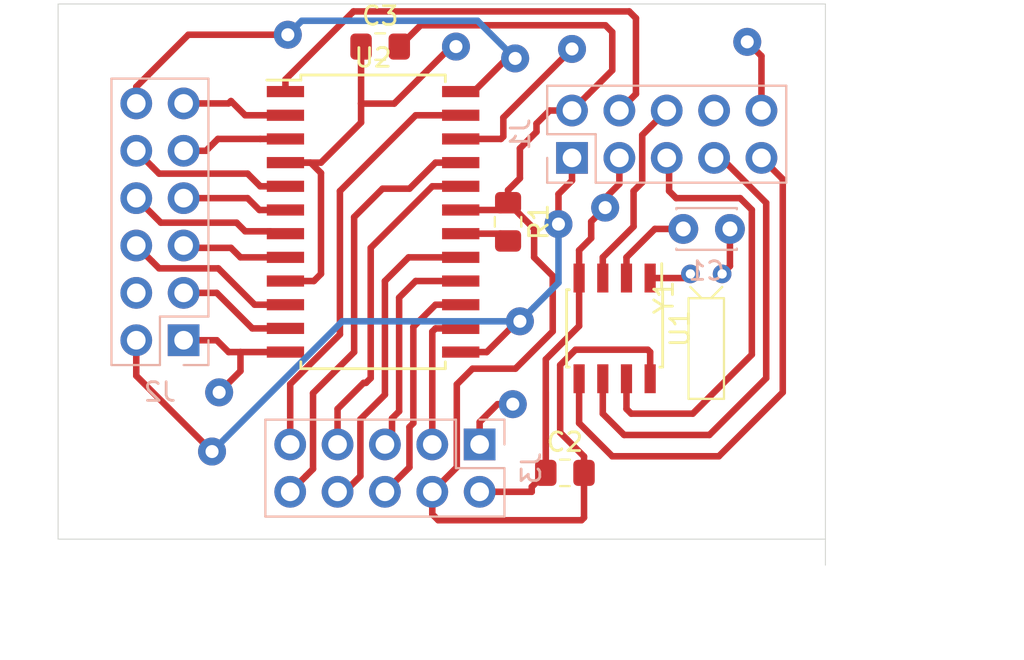
<source format=kicad_pcb>
(kicad_pcb (version 20171130) (host pcbnew 5.1.0)

  (general
    (thickness 1.6)
    (drawings 6)
    (tracks 260)
    (zones 0)
    (modules 10)
    (nets 31)
  )

  (page A4)
  (layers
    (0 F.Cu signal)
    (1 In1.Cu jumper)
    (2 In2.Cu jumper)
    (31 B.Cu jumper)
    (32 B.Adhes user)
    (33 F.Adhes user)
    (34 B.Paste user)
    (35 F.Paste user)
    (36 B.SilkS user)
    (37 F.SilkS user)
    (38 B.Mask user)
    (39 F.Mask user)
    (40 Dwgs.User user)
    (41 Cmts.User user)
    (42 Eco1.User user)
    (43 Eco2.User user)
    (44 Edge.Cuts user)
    (45 Margin user)
    (46 B.CrtYd user)
    (47 F.CrtYd user)
    (48 B.Fab user)
    (49 F.Fab user)
  )

  (setup
    (last_trace_width 0.35)
    (user_trace_width 0.35)
    (user_trace_width 0.5)
    (trace_clearance 0.2)
    (zone_clearance 0.508)
    (zone_45_only no)
    (trace_min 0.2)
    (via_size 0.8)
    (via_drill 0.4)
    (via_min_size 0.4)
    (via_min_drill 0.3)
    (user_via 1.5 0.7)
    (uvia_size 0.3)
    (uvia_drill 0.1)
    (uvias_allowed no)
    (uvia_min_size 0.2)
    (uvia_min_drill 0.1)
    (edge_width 0.05)
    (segment_width 0.2)
    (pcb_text_width 0.3)
    (pcb_text_size 1.5 1.5)
    (mod_edge_width 0.12)
    (mod_text_size 1 1)
    (mod_text_width 0.15)
    (pad_size 1.524 1.524)
    (pad_drill 0.762)
    (pad_to_mask_clearance 0.051)
    (solder_mask_min_width 0.25)
    (aux_axis_origin 0 0)
    (visible_elements FFFFFF7F)
    (pcbplotparams
      (layerselection 0x010fc_ffffffff)
      (usegerberextensions false)
      (usegerberattributes false)
      (usegerberadvancedattributes false)
      (creategerberjobfile false)
      (excludeedgelayer true)
      (linewidth 0.100000)
      (plotframeref false)
      (viasonmask false)
      (mode 1)
      (useauxorigin false)
      (hpglpennumber 1)
      (hpglpenspeed 20)
      (hpglpendiameter 15.000000)
      (psnegative false)
      (psa4output false)
      (plotreference true)
      (plotvalue true)
      (plotinvisibletext false)
      (padsonsilk false)
      (subtractmaskfromsilk false)
      (outputformat 1)
      (mirror false)
      (drillshape 1)
      (scaleselection 1)
      (outputdirectory ""))
  )

  (net 0 "")
  (net 1 "Net-(C1-Pad1)")
  (net 2 "Net-(C1-Pad2)")
  (net 3 GND)
  (net 4 "Net-(U1-Pad1)")
  (net 5 T~INT)
  (net 6 TCLK)
  (net 7 SDA)
  (net 8 SCL)
  (net 9 LOAD)
  (net 10 DIN)
  (net 11 SCLK)
  (net 12 +5V)
  (net 13 "Net-(R1-Pad2)")
  (net 14 D0)
  (net 15 D1)
  (net 16 D2)
  (net 17 D3)
  (net 18 D4)
  (net 19 D5)
  (net 20 D6)
  (net 21 D7)
  (net 22 DOUT)
  (net 23 A)
  (net 24 B)
  (net 25 C)
  (net 26 D)
  (net 27 E)
  (net 28 F)
  (net 29 G)
  (net 30 DP)

  (net_class Default "Это класс цепей по умолчанию."
    (clearance 0.2)
    (trace_width 0.25)
    (via_dia 0.8)
    (via_drill 0.4)
    (uvia_dia 0.3)
    (uvia_drill 0.1)
    (add_net +5V)
    (add_net A)
    (add_net B)
    (add_net C)
    (add_net D)
    (add_net D0)
    (add_net D1)
    (add_net D2)
    (add_net D3)
    (add_net D4)
    (add_net D5)
    (add_net D6)
    (add_net D7)
    (add_net DIN)
    (add_net DOUT)
    (add_net DP)
    (add_net E)
    (add_net F)
    (add_net G)
    (add_net GND)
    (add_net LOAD)
    (add_net "Net-(C1-Pad1)")
    (add_net "Net-(C1-Pad2)")
    (add_net "Net-(R1-Pad2)")
    (add_net "Net-(U1-Pad1)")
    (add_net SCL)
    (add_net SCLK)
    (add_net SDA)
    (add_net TCLK)
    (add_net T~INT)
  )

  (module Connector_PinSocket_2.54mm:PinSocket_2x06_P2.54mm_Vertical (layer B.Cu) (tedit 5A19A42B) (tstamp 5CAA19A7)
    (at 59.944 60.579)
    (descr "Through hole straight socket strip, 2x06, 2.54mm pitch, double cols (from Kicad 4.0.7), script generated")
    (tags "Through hole socket strip THT 2x06 2.54mm double row")
    (path /5CAE33A5)
    (fp_text reference J2 (at -1.27 2.77) (layer B.SilkS)
      (effects (font (size 1 1) (thickness 0.15)) (justify mirror))
    )
    (fp_text value Conn_02x06_Odd_Even (at -1.27 -15.47) (layer B.Fab)
      (effects (font (size 1 1) (thickness 0.15)) (justify mirror))
    )
    (fp_line (start -3.81 1.27) (end 0.27 1.27) (layer B.Fab) (width 0.1))
    (fp_line (start 0.27 1.27) (end 1.27 0.27) (layer B.Fab) (width 0.1))
    (fp_line (start 1.27 0.27) (end 1.27 -13.97) (layer B.Fab) (width 0.1))
    (fp_line (start 1.27 -13.97) (end -3.81 -13.97) (layer B.Fab) (width 0.1))
    (fp_line (start -3.81 -13.97) (end -3.81 1.27) (layer B.Fab) (width 0.1))
    (fp_line (start -3.87 1.33) (end -1.27 1.33) (layer B.SilkS) (width 0.12))
    (fp_line (start -3.87 1.33) (end -3.87 -14.03) (layer B.SilkS) (width 0.12))
    (fp_line (start -3.87 -14.03) (end 1.33 -14.03) (layer B.SilkS) (width 0.12))
    (fp_line (start 1.33 -1.27) (end 1.33 -14.03) (layer B.SilkS) (width 0.12))
    (fp_line (start -1.27 -1.27) (end 1.33 -1.27) (layer B.SilkS) (width 0.12))
    (fp_line (start -1.27 1.33) (end -1.27 -1.27) (layer B.SilkS) (width 0.12))
    (fp_line (start 1.33 1.33) (end 1.33 0) (layer B.SilkS) (width 0.12))
    (fp_line (start 0 1.33) (end 1.33 1.33) (layer B.SilkS) (width 0.12))
    (fp_line (start -4.34 1.8) (end 1.76 1.8) (layer B.CrtYd) (width 0.05))
    (fp_line (start 1.76 1.8) (end 1.76 -14.45) (layer B.CrtYd) (width 0.05))
    (fp_line (start 1.76 -14.45) (end -4.34 -14.45) (layer B.CrtYd) (width 0.05))
    (fp_line (start -4.34 -14.45) (end -4.34 1.8) (layer B.CrtYd) (width 0.05))
    (fp_text user %R (at -1.27 -6.35 -90) (layer B.Fab)
      (effects (font (size 1 1) (thickness 0.15)) (justify mirror))
    )
    (pad 1 thru_hole rect (at 0 0) (size 1.7 1.7) (drill 1) (layers *.Cu *.Mask)
      (net 9 LOAD))
    (pad 2 thru_hole oval (at -2.54 0) (size 1.7 1.7) (drill 1) (layers *.Cu *.Mask)
      (net 11 SCLK))
    (pad 3 thru_hole oval (at 0 -2.54) (size 1.7 1.7) (drill 1) (layers *.Cu *.Mask)
      (net 15 D1))
    (pad 4 thru_hole oval (at -2.54 -2.54) (size 1.7 1.7) (drill 1) (layers *.Cu *.Mask))
    (pad 5 thru_hole oval (at 0 -5.08) (size 1.7 1.7) (drill 1) (layers *.Cu *.Mask)
      (net 21 D7))
    (pad 6 thru_hole oval (at -2.54 -5.08) (size 1.7 1.7) (drill 1) (layers *.Cu *.Mask)
      (net 19 D5))
    (pad 7 thru_hole oval (at 0 -7.62) (size 1.7 1.7) (drill 1) (layers *.Cu *.Mask)
      (net 16 D2))
    (pad 8 thru_hole oval (at -2.54 -7.62) (size 1.7 1.7) (drill 1) (layers *.Cu *.Mask)
      (net 17 D3))
    (pad 9 thru_hole oval (at 0 -10.16) (size 1.7 1.7) (drill 1) (layers *.Cu *.Mask)
      (net 18 D4))
    (pad 10 thru_hole oval (at -2.54 -10.16) (size 1.7 1.7) (drill 1) (layers *.Cu *.Mask)
      (net 20 D6))
    (pad 11 thru_hole oval (at 0 -12.7) (size 1.7 1.7) (drill 1) (layers *.Cu *.Mask)
      (net 14 D0))
    (pad 12 thru_hole oval (at -2.54 -12.7) (size 1.7 1.7) (drill 1) (layers *.Cu *.Mask)
      (net 22 DOUT))
    (model ${KISYS3DMOD}/Connector_PinSocket_2.54mm.3dshapes/PinSocket_2x06_P2.54mm_Vertical.wrl
      (at (xyz 0 0 0))
      (scale (xyz 1 1 1))
      (rotate (xyz 0 0 0))
    )
  )

  (module Connector_PinSocket_2.54mm:PinSocket_2x05_P2.54mm_Vertical (layer B.Cu) (tedit 5A19A42B) (tstamp 5CAA1A29)
    (at 75.819 66.167 90)
    (descr "Through hole straight socket strip, 2x05, 2.54mm pitch, double cols (from Kicad 4.0.7), script generated")
    (tags "Through hole socket strip THT 2x05 2.54mm double row")
    (path /5CADE94C)
    (fp_text reference J3 (at -1.27 2.77 90) (layer B.SilkS)
      (effects (font (size 1 1) (thickness 0.15)) (justify mirror))
    )
    (fp_text value Conn_02x05_Odd_Even (at -1.27 -12.93 90) (layer B.Fab)
      (effects (font (size 1 1) (thickness 0.15)) (justify mirror))
    )
    (fp_line (start -3.81 1.27) (end 0.27 1.27) (layer B.Fab) (width 0.1))
    (fp_line (start 0.27 1.27) (end 1.27 0.27) (layer B.Fab) (width 0.1))
    (fp_line (start 1.27 0.27) (end 1.27 -11.43) (layer B.Fab) (width 0.1))
    (fp_line (start 1.27 -11.43) (end -3.81 -11.43) (layer B.Fab) (width 0.1))
    (fp_line (start -3.81 -11.43) (end -3.81 1.27) (layer B.Fab) (width 0.1))
    (fp_line (start -3.87 1.33) (end -1.27 1.33) (layer B.SilkS) (width 0.12))
    (fp_line (start -3.87 1.33) (end -3.87 -11.49) (layer B.SilkS) (width 0.12))
    (fp_line (start -3.87 -11.49) (end 1.33 -11.49) (layer B.SilkS) (width 0.12))
    (fp_line (start 1.33 -1.27) (end 1.33 -11.49) (layer B.SilkS) (width 0.12))
    (fp_line (start -1.27 -1.27) (end 1.33 -1.27) (layer B.SilkS) (width 0.12))
    (fp_line (start -1.27 1.33) (end -1.27 -1.27) (layer B.SilkS) (width 0.12))
    (fp_line (start 1.33 1.33) (end 1.33 0) (layer B.SilkS) (width 0.12))
    (fp_line (start 0 1.33) (end 1.33 1.33) (layer B.SilkS) (width 0.12))
    (fp_line (start -4.34 1.8) (end 1.76 1.8) (layer B.CrtYd) (width 0.05))
    (fp_line (start 1.76 1.8) (end 1.76 -11.9) (layer B.CrtYd) (width 0.05))
    (fp_line (start 1.76 -11.9) (end -4.34 -11.9) (layer B.CrtYd) (width 0.05))
    (fp_line (start -4.34 -11.9) (end -4.34 1.8) (layer B.CrtYd) (width 0.05))
    (fp_text user %R (at -1.27 -5.08) (layer B.Fab)
      (effects (font (size 1 1) (thickness 0.15)) (justify mirror))
    )
    (pad 1 thru_hole rect (at 0 0 90) (size 1.7 1.7) (drill 1) (layers *.Cu *.Mask)
      (net 30 DP))
    (pad 2 thru_hole oval (at -2.54 0 90) (size 1.7 1.7) (drill 1) (layers *.Cu *.Mask)
      (net 3 GND))
    (pad 3 thru_hole oval (at 0 -2.54 90) (size 1.7 1.7) (drill 1) (layers *.Cu *.Mask)
      (net 23 A))
    (pad 4 thru_hole oval (at -2.54 -2.54 90) (size 1.7 1.7) (drill 1) (layers *.Cu *.Mask)
      (net 12 +5V))
    (pad 5 thru_hole oval (at 0 -5.08 90) (size 1.7 1.7) (drill 1) (layers *.Cu *.Mask)
      (net 24 B))
    (pad 6 thru_hole oval (at -2.54 -5.08 90) (size 1.7 1.7) (drill 1) (layers *.Cu *.Mask)
      (net 28 F))
    (pad 7 thru_hole oval (at 0 -7.62 90) (size 1.7 1.7) (drill 1) (layers *.Cu *.Mask)
      (net 25 C))
    (pad 8 thru_hole oval (at -2.54 -7.62 90) (size 1.7 1.7) (drill 1) (layers *.Cu *.Mask)
      (net 29 G))
    (pad 9 thru_hole oval (at 0 -10.16 90) (size 1.7 1.7) (drill 1) (layers *.Cu *.Mask)
      (net 26 D))
    (pad 10 thru_hole oval (at -2.54 -10.16 90) (size 1.7 1.7) (drill 1) (layers *.Cu *.Mask)
      (net 27 E))
    (model ${KISYS3DMOD}/Connector_PinSocket_2.54mm.3dshapes/PinSocket_2x05_P2.54mm_Vertical.wrl
      (at (xyz 0 0 0))
      (scale (xyz 1 1 1))
      (rotate (xyz 0 0 0))
    )
  )

  (module Package_SO:SOIC-24W_7.5x15.4mm_P1.27mm (layer F.Cu) (tedit 5A02F2D3) (tstamp 5CA9E2FE)
    (at 70.104 54.229)
    (descr "24-Lead Plastic Small Outline (SO) - Wide, 7.50 mm Body [SOIC] (see Microchip Packaging Specification 00000049BS.pdf)")
    (tags "SOIC 1.27")
    (path /5CAA8A71)
    (attr smd)
    (fp_text reference U2 (at 0 -8.8) (layer F.SilkS)
      (effects (font (size 1 1) (thickness 0.15)))
    )
    (fp_text value MAX7219 (at 0 8.8) (layer F.Fab)
      (effects (font (size 1 1) (thickness 0.15)))
    )
    (fp_text user %R (at 0 0) (layer F.Fab)
      (effects (font (size 1 1) (thickness 0.15)))
    )
    (fp_line (start -2.75 -7.7) (end 3.75 -7.7) (layer F.Fab) (width 0.15))
    (fp_line (start 3.75 -7.7) (end 3.75 7.7) (layer F.Fab) (width 0.15))
    (fp_line (start 3.75 7.7) (end -3.75 7.7) (layer F.Fab) (width 0.15))
    (fp_line (start -3.75 7.7) (end -3.75 -6.7) (layer F.Fab) (width 0.15))
    (fp_line (start -3.75 -6.7) (end -2.75 -7.7) (layer F.Fab) (width 0.15))
    (fp_line (start -5.95 -8.05) (end -5.95 8.05) (layer F.CrtYd) (width 0.05))
    (fp_line (start 5.95 -8.05) (end 5.95 8.05) (layer F.CrtYd) (width 0.05))
    (fp_line (start -5.95 -8.05) (end 5.95 -8.05) (layer F.CrtYd) (width 0.05))
    (fp_line (start -5.95 8.05) (end 5.95 8.05) (layer F.CrtYd) (width 0.05))
    (fp_line (start -3.875 -7.875) (end -3.875 -7.6) (layer F.SilkS) (width 0.15))
    (fp_line (start 3.875 -7.875) (end 3.875 -7.51) (layer F.SilkS) (width 0.15))
    (fp_line (start 3.875 7.875) (end 3.875 7.51) (layer F.SilkS) (width 0.15))
    (fp_line (start -3.875 7.875) (end -3.875 7.51) (layer F.SilkS) (width 0.15))
    (fp_line (start -3.875 -7.875) (end 3.875 -7.875) (layer F.SilkS) (width 0.15))
    (fp_line (start -3.875 7.875) (end 3.875 7.875) (layer F.SilkS) (width 0.15))
    (fp_line (start -3.875 -7.6) (end -5.7 -7.6) (layer F.SilkS) (width 0.15))
    (pad 1 smd rect (at -4.7 -6.985) (size 2 0.6) (layers F.Cu F.Paste F.Mask)
      (net 10 DIN))
    (pad 2 smd rect (at -4.7 -5.715) (size 2 0.6) (layers F.Cu F.Paste F.Mask)
      (net 14 D0))
    (pad 3 smd rect (at -4.7 -4.445) (size 2 0.6) (layers F.Cu F.Paste F.Mask)
      (net 18 D4))
    (pad 4 smd rect (at -4.7 -3.175) (size 2 0.6) (layers F.Cu F.Paste F.Mask)
      (net 3 GND))
    (pad 5 smd rect (at -4.7 -1.905) (size 2 0.6) (layers F.Cu F.Paste F.Mask)
      (net 20 D6))
    (pad 6 smd rect (at -4.7 -0.635) (size 2 0.6) (layers F.Cu F.Paste F.Mask)
      (net 16 D2))
    (pad 7 smd rect (at -4.7 0.635) (size 2 0.6) (layers F.Cu F.Paste F.Mask)
      (net 17 D3))
    (pad 8 smd rect (at -4.7 1.905) (size 2 0.6) (layers F.Cu F.Paste F.Mask)
      (net 21 D7))
    (pad 9 smd rect (at -4.7 3.175) (size 2 0.6) (layers F.Cu F.Paste F.Mask)
      (net 3 GND))
    (pad 10 smd rect (at -4.7 4.445) (size 2 0.6) (layers F.Cu F.Paste F.Mask)
      (net 19 D5))
    (pad 11 smd rect (at -4.7 5.715) (size 2 0.6) (layers F.Cu F.Paste F.Mask)
      (net 15 D1))
    (pad 12 smd rect (at -4.7 6.985) (size 2 0.6) (layers F.Cu F.Paste F.Mask)
      (net 9 LOAD))
    (pad 13 smd rect (at 4.7 6.985) (size 2 0.6) (layers F.Cu F.Paste F.Mask)
      (net 11 SCLK))
    (pad 14 smd rect (at 4.7 5.715) (size 2 0.6) (layers F.Cu F.Paste F.Mask)
      (net 23 A))
    (pad 15 smd rect (at 4.7 4.445) (size 2 0.6) (layers F.Cu F.Paste F.Mask)
      (net 28 F))
    (pad 16 smd rect (at 4.7 3.175) (size 2 0.6) (layers F.Cu F.Paste F.Mask)
      (net 24 B))
    (pad 17 smd rect (at 4.7 1.905) (size 2 0.6) (layers F.Cu F.Paste F.Mask)
      (net 29 G))
    (pad 18 smd rect (at 4.7 0.635) (size 2 0.6) (layers F.Cu F.Paste F.Mask)
      (net 13 "Net-(R1-Pad2)"))
    (pad 19 smd rect (at 4.7 -0.635) (size 2 0.6) (layers F.Cu F.Paste F.Mask)
      (net 12 +5V))
    (pad 20 smd rect (at 4.7 -1.905) (size 2 0.6) (layers F.Cu F.Paste F.Mask)
      (net 25 C))
    (pad 21 smd rect (at 4.7 -3.175) (size 2 0.6) (layers F.Cu F.Paste F.Mask)
      (net 27 E))
    (pad 22 smd rect (at 4.7 -4.445) (size 2 0.6) (layers F.Cu F.Paste F.Mask)
      (net 30 DP))
    (pad 23 smd rect (at 4.7 -5.715) (size 2 0.6) (layers F.Cu F.Paste F.Mask)
      (net 26 D))
    (pad 24 smd rect (at 4.7 -6.985) (size 2 0.6) (layers F.Cu F.Paste F.Mask)
      (net 22 DOUT))
    (model ${KISYS3DMOD}/Package_SO.3dshapes/SOIC-24W_7.5x15.4mm_P1.27mm.wrl
      (at (xyz 0 0 0))
      (scale (xyz 1 1 1))
      (rotate (xyz 0 0 0))
    )
  )

  (module Capacitor_THT:C_Disc_D3.0mm_W2.0mm_P2.50mm (layer B.Cu) (tedit 5AE50EF0) (tstamp 5CA9DABD)
    (at 86.741 54.61)
    (descr "C, Disc series, Radial, pin pitch=2.50mm, , diameter*width=3*2mm^2, Capacitor")
    (tags "C Disc series Radial pin pitch 2.50mm  diameter 3mm width 2mm Capacitor")
    (path /5CAA42EB)
    (fp_text reference C1 (at 1.25 2.25) (layer B.SilkS)
      (effects (font (size 1 1) (thickness 0.15)) (justify mirror))
    )
    (fp_text value C (at 1.25 -2.25) (layer B.Fab)
      (effects (font (size 1 1) (thickness 0.15)) (justify mirror))
    )
    (fp_line (start -0.25 1) (end -0.25 -1) (layer B.Fab) (width 0.1))
    (fp_line (start -0.25 -1) (end 2.75 -1) (layer B.Fab) (width 0.1))
    (fp_line (start 2.75 -1) (end 2.75 1) (layer B.Fab) (width 0.1))
    (fp_line (start 2.75 1) (end -0.25 1) (layer B.Fab) (width 0.1))
    (fp_line (start -0.37 1.12) (end 2.87 1.12) (layer B.SilkS) (width 0.12))
    (fp_line (start -0.37 -1.12) (end 2.87 -1.12) (layer B.SilkS) (width 0.12))
    (fp_line (start -0.37 1.12) (end -0.37 1.055) (layer B.SilkS) (width 0.12))
    (fp_line (start -0.37 -1.055) (end -0.37 -1.12) (layer B.SilkS) (width 0.12))
    (fp_line (start 2.87 1.12) (end 2.87 1.055) (layer B.SilkS) (width 0.12))
    (fp_line (start 2.87 -1.055) (end 2.87 -1.12) (layer B.SilkS) (width 0.12))
    (fp_line (start -1.05 1.25) (end -1.05 -1.25) (layer B.CrtYd) (width 0.05))
    (fp_line (start -1.05 -1.25) (end 3.55 -1.25) (layer B.CrtYd) (width 0.05))
    (fp_line (start 3.55 -1.25) (end 3.55 1.25) (layer B.CrtYd) (width 0.05))
    (fp_line (start 3.55 1.25) (end -1.05 1.25) (layer B.CrtYd) (width 0.05))
    (fp_text user %R (at 1.25 0) (layer B.Fab)
      (effects (font (size 0.6 0.6) (thickness 0.09)) (justify mirror))
    )
    (pad 1 thru_hole circle (at 0 0) (size 1.6 1.6) (drill 0.8) (layers *.Cu *.Mask)
      (net 1 "Net-(C1-Pad1)"))
    (pad 2 thru_hole circle (at 2.5 0) (size 1.6 1.6) (drill 0.8) (layers *.Cu *.Mask)
      (net 2 "Net-(C1-Pad2)"))
    (model ${KISYS3DMOD}/Capacitor_THT.3dshapes/C_Disc_D3.0mm_W2.0mm_P2.50mm.wrl
      (at (xyz 0 0 0))
      (scale (xyz 1 1 1))
      (rotate (xyz 0 0 0))
    )
  )

  (module Package_SO:SOIC-8_3.9x4.9mm_P1.27mm (layer F.Cu) (tedit 5A02F2D3) (tstamp 5CA9DAF6)
    (at 83.058 59.944 270)
    (descr "8-Lead Plastic Small Outline (SN) - Narrow, 3.90 mm Body [SOIC] (see Microchip Packaging Specification http://ww1.microchip.com/downloads/en/PackagingSpec/00000049BQ.pdf)")
    (tags "SOIC 1.27")
    (path /5CA9BE92)
    (attr smd)
    (fp_text reference U1 (at 0 -3.5 270) (layer F.SilkS)
      (effects (font (size 1 1) (thickness 0.15)))
    )
    (fp_text value PCF8563T (at 0 3.5 270) (layer F.Fab)
      (effects (font (size 1 1) (thickness 0.15)))
    )
    (fp_text user %R (at 0 0 270) (layer F.Fab)
      (effects (font (size 1 1) (thickness 0.15)))
    )
    (fp_line (start -0.95 -2.45) (end 1.95 -2.45) (layer F.Fab) (width 0.1))
    (fp_line (start 1.95 -2.45) (end 1.95 2.45) (layer F.Fab) (width 0.1))
    (fp_line (start 1.95 2.45) (end -1.95 2.45) (layer F.Fab) (width 0.1))
    (fp_line (start -1.95 2.45) (end -1.95 -1.45) (layer F.Fab) (width 0.1))
    (fp_line (start -1.95 -1.45) (end -0.95 -2.45) (layer F.Fab) (width 0.1))
    (fp_line (start -3.73 -2.7) (end -3.73 2.7) (layer F.CrtYd) (width 0.05))
    (fp_line (start 3.73 -2.7) (end 3.73 2.7) (layer F.CrtYd) (width 0.05))
    (fp_line (start -3.73 -2.7) (end 3.73 -2.7) (layer F.CrtYd) (width 0.05))
    (fp_line (start -3.73 2.7) (end 3.73 2.7) (layer F.CrtYd) (width 0.05))
    (fp_line (start -2.075 -2.575) (end -2.075 -2.525) (layer F.SilkS) (width 0.15))
    (fp_line (start 2.075 -2.575) (end 2.075 -2.43) (layer F.SilkS) (width 0.15))
    (fp_line (start 2.075 2.575) (end 2.075 2.43) (layer F.SilkS) (width 0.15))
    (fp_line (start -2.075 2.575) (end -2.075 2.43) (layer F.SilkS) (width 0.15))
    (fp_line (start -2.075 -2.575) (end 2.075 -2.575) (layer F.SilkS) (width 0.15))
    (fp_line (start -2.075 2.575) (end 2.075 2.575) (layer F.SilkS) (width 0.15))
    (fp_line (start -2.075 -2.525) (end -3.475 -2.525) (layer F.SilkS) (width 0.15))
    (pad 1 smd rect (at -2.7 -1.905 270) (size 1.55 0.6) (layers F.Cu F.Paste F.Mask)
      (net 4 "Net-(U1-Pad1)"))
    (pad 2 smd rect (at -2.7 -0.635 270) (size 1.55 0.6) (layers F.Cu F.Paste F.Mask)
      (net 1 "Net-(C1-Pad1)"))
    (pad 3 smd rect (at -2.7 0.635 270) (size 1.55 0.6) (layers F.Cu F.Paste F.Mask)
      (net 5 T~INT))
    (pad 4 smd rect (at -2.7 1.905 270) (size 1.55 0.6) (layers F.Cu F.Paste F.Mask)
      (net 3 GND))
    (pad 5 smd rect (at 2.7 1.905 270) (size 1.55 0.6) (layers F.Cu F.Paste F.Mask)
      (net 7 SDA))
    (pad 6 smd rect (at 2.7 0.635 270) (size 1.55 0.6) (layers F.Cu F.Paste F.Mask)
      (net 8 SCL))
    (pad 7 smd rect (at 2.7 -0.635 270) (size 1.55 0.6) (layers F.Cu F.Paste F.Mask)
      (net 6 TCLK))
    (pad 8 smd rect (at 2.7 -1.905 270) (size 1.55 0.6) (layers F.Cu F.Paste F.Mask)
      (net 12 +5V))
    (model ${KISYS3DMOD}/Package_SO.3dshapes/SOIC-8_3.9x4.9mm_P1.27mm.wrl
      (at (xyz 0 0 0))
      (scale (xyz 1 1 1))
      (rotate (xyz 0 0 0))
    )
  )

  (module Crystal:Crystal_DS15_D1.5mm_L5.0mm_Horizontal (layer F.Cu) (tedit 5A0FD1B2) (tstamp 5CA9DB11)
    (at 87.122 57.023)
    (descr "Crystal THT DS15 5.0mm length 1.5mm diameter http://www.microcrystal.com/images/_Product-Documentation/03_TF_metal_Packages/01_Datasheet/DS-Series.pdf")
    (tags ['DS15'])
    (path /5CA9CC2B)
    (fp_text reference Y1 (at -1.42 1.25 90) (layer F.SilkS)
      (effects (font (size 1 1) (thickness 0.15)))
    )
    (fp_text value "32 768" (at 3.12 1.25 90) (layer F.Fab)
      (effects (font (size 1 1) (thickness 0.15)))
    )
    (fp_text user %R (at 1 4 90) (layer F.Fab)
      (effects (font (size 0.6 0.6) (thickness 0.09)))
    )
    (fp_line (start 0.1 1.5) (end 0.1 6.5) (layer F.Fab) (width 0.1))
    (fp_line (start 0.1 6.5) (end 1.6 6.5) (layer F.Fab) (width 0.1))
    (fp_line (start 1.6 6.5) (end 1.6 1.5) (layer F.Fab) (width 0.1))
    (fp_line (start 1.6 1.5) (end 0.1 1.5) (layer F.Fab) (width 0.1))
    (fp_line (start 0.6 1.5) (end 0 0.75) (layer F.Fab) (width 0.1))
    (fp_line (start 0 0.75) (end 0 0) (layer F.Fab) (width 0.1))
    (fp_line (start 1.1 1.5) (end 1.7 0.75) (layer F.Fab) (width 0.1))
    (fp_line (start 1.7 0.75) (end 1.7 0) (layer F.Fab) (width 0.1))
    (fp_line (start -0.1 1.3) (end -0.1 6.7) (layer F.SilkS) (width 0.12))
    (fp_line (start -0.1 6.7) (end 1.8 6.7) (layer F.SilkS) (width 0.12))
    (fp_line (start 1.8 6.7) (end 1.8 1.3) (layer F.SilkS) (width 0.12))
    (fp_line (start 1.8 1.3) (end -0.1 1.3) (layer F.SilkS) (width 0.12))
    (fp_line (start 0.6 1.3) (end 0 0.7) (layer F.SilkS) (width 0.12))
    (fp_line (start 0 0.7) (end 0 0.7) (layer F.SilkS) (width 0.12))
    (fp_line (start 1.1 1.3) (end 1.7 0.7) (layer F.SilkS) (width 0.12))
    (fp_line (start 1.7 0.7) (end 1.7 0.7) (layer F.SilkS) (width 0.12))
    (fp_line (start -0.8 -0.8) (end -0.8 7.3) (layer F.CrtYd) (width 0.05))
    (fp_line (start -0.8 7.3) (end 2.5 7.3) (layer F.CrtYd) (width 0.05))
    (fp_line (start 2.5 7.3) (end 2.5 -0.8) (layer F.CrtYd) (width 0.05))
    (fp_line (start 2.5 -0.8) (end -0.8 -0.8) (layer F.CrtYd) (width 0.05))
    (pad 1 thru_hole circle (at 0 0) (size 1 1) (drill 0.5) (layers *.Cu *.Mask)
      (net 4 "Net-(U1-Pad1)"))
    (pad 2 thru_hole circle (at 1.7 0) (size 1 1) (drill 0.5) (layers *.Cu *.Mask)
      (net 2 "Net-(C1-Pad2)"))
    (model ${KISYS3DMOD}/Crystal.3dshapes/Crystal_DS15_D1.5mm_L5.0mm_Horizontal.wrl
      (at (xyz 0 0 0))
      (scale (xyz 1 1 1))
      (rotate (xyz 0 0 0))
    )
  )

  (module Resistor_SMD:R_0805_2012Metric_Pad1.15x1.40mm_HandSolder (layer F.Cu) (tedit 5B36C52B) (tstamp 5CA9E2D1)
    (at 77.343 54.229 270)
    (descr "Resistor SMD 0805 (2012 Metric), square (rectangular) end terminal, IPC_7351 nominal with elongated pad for handsoldering. (Body size source: https://docs.google.com/spreadsheets/d/1BsfQQcO9C6DZCsRaXUlFlo91Tg2WpOkGARC1WS5S8t0/edit?usp=sharing), generated with kicad-footprint-generator")
    (tags "resistor handsolder")
    (path /5CAB342B)
    (attr smd)
    (fp_text reference R1 (at 0 -1.65 270) (layer F.SilkS)
      (effects (font (size 1 1) (thickness 0.15)))
    )
    (fp_text value 9K53 (at 0 1.65 270) (layer F.Fab)
      (effects (font (size 1 1) (thickness 0.15)))
    )
    (fp_line (start -1 0.6) (end -1 -0.6) (layer F.Fab) (width 0.1))
    (fp_line (start -1 -0.6) (end 1 -0.6) (layer F.Fab) (width 0.1))
    (fp_line (start 1 -0.6) (end 1 0.6) (layer F.Fab) (width 0.1))
    (fp_line (start 1 0.6) (end -1 0.6) (layer F.Fab) (width 0.1))
    (fp_line (start -0.261252 -0.71) (end 0.261252 -0.71) (layer F.SilkS) (width 0.12))
    (fp_line (start -0.261252 0.71) (end 0.261252 0.71) (layer F.SilkS) (width 0.12))
    (fp_line (start -1.85 0.95) (end -1.85 -0.95) (layer F.CrtYd) (width 0.05))
    (fp_line (start -1.85 -0.95) (end 1.85 -0.95) (layer F.CrtYd) (width 0.05))
    (fp_line (start 1.85 -0.95) (end 1.85 0.95) (layer F.CrtYd) (width 0.05))
    (fp_line (start 1.85 0.95) (end -1.85 0.95) (layer F.CrtYd) (width 0.05))
    (fp_text user %R (at 0 0 270) (layer F.Fab)
      (effects (font (size 0.5 0.5) (thickness 0.08)))
    )
    (pad 1 smd roundrect (at -1.025 0 270) (size 1.15 1.4) (layers F.Cu F.Paste F.Mask) (roundrect_rratio 0.217391)
      (net 12 +5V))
    (pad 2 smd roundrect (at 1.025 0 270) (size 1.15 1.4) (layers F.Cu F.Paste F.Mask) (roundrect_rratio 0.217391)
      (net 13 "Net-(R1-Pad2)"))
    (model ${KISYS3DMOD}/Resistor_SMD.3dshapes/R_0805_2012Metric.wrl
      (at (xyz 0 0 0))
      (scale (xyz 1 1 1))
      (rotate (xyz 0 0 0))
    )
  )

  (module Connector_PinSocket_2.54mm:PinSocket_2x05_P2.54mm_Vertical (layer B.Cu) (tedit 5A19A42B) (tstamp 5CAA1488)
    (at 80.772 50.8 270)
    (descr "Through hole straight socket strip, 2x05, 2.54mm pitch, double cols (from Kicad 4.0.7), script generated")
    (tags "Through hole socket strip THT 2x05 2.54mm double row")
    (path /5CAD98A1)
    (fp_text reference J1 (at -1.27 2.77 270) (layer B.SilkS)
      (effects (font (size 1 1) (thickness 0.15)) (justify mirror))
    )
    (fp_text value INP (at -1.27 -12.93 270) (layer B.Fab)
      (effects (font (size 1 1) (thickness 0.15)) (justify mirror))
    )
    (fp_line (start -3.81 1.27) (end 0.27 1.27) (layer B.Fab) (width 0.1))
    (fp_line (start 0.27 1.27) (end 1.27 0.27) (layer B.Fab) (width 0.1))
    (fp_line (start 1.27 0.27) (end 1.27 -11.43) (layer B.Fab) (width 0.1))
    (fp_line (start 1.27 -11.43) (end -3.81 -11.43) (layer B.Fab) (width 0.1))
    (fp_line (start -3.81 -11.43) (end -3.81 1.27) (layer B.Fab) (width 0.1))
    (fp_line (start -3.87 1.33) (end -1.27 1.33) (layer B.SilkS) (width 0.12))
    (fp_line (start -3.87 1.33) (end -3.87 -11.49) (layer B.SilkS) (width 0.12))
    (fp_line (start -3.87 -11.49) (end 1.33 -11.49) (layer B.SilkS) (width 0.12))
    (fp_line (start 1.33 -1.27) (end 1.33 -11.49) (layer B.SilkS) (width 0.12))
    (fp_line (start -1.27 -1.27) (end 1.33 -1.27) (layer B.SilkS) (width 0.12))
    (fp_line (start -1.27 1.33) (end -1.27 -1.27) (layer B.SilkS) (width 0.12))
    (fp_line (start 1.33 1.33) (end 1.33 0) (layer B.SilkS) (width 0.12))
    (fp_line (start 0 1.33) (end 1.33 1.33) (layer B.SilkS) (width 0.12))
    (fp_line (start -4.34 1.8) (end 1.76 1.8) (layer B.CrtYd) (width 0.05))
    (fp_line (start 1.76 1.8) (end 1.76 -11.9) (layer B.CrtYd) (width 0.05))
    (fp_line (start 1.76 -11.9) (end -4.34 -11.9) (layer B.CrtYd) (width 0.05))
    (fp_line (start -4.34 -11.9) (end -4.34 1.8) (layer B.CrtYd) (width 0.05))
    (fp_text user %R (at -1.27 -5.08 180) (layer B.Fab)
      (effects (font (size 1 1) (thickness 0.15)) (justify mirror))
    )
    (pad 1 thru_hole rect (at 0 0 270) (size 1.7 1.7) (drill 1) (layers *.Cu *.Mask)
      (net 11 SCLK))
    (pad 2 thru_hole oval (at -2.54 0 270) (size 1.7 1.7) (drill 1) (layers *.Cu *.Mask)
      (net 12 +5V))
    (pad 3 thru_hole oval (at 0 -2.54 270) (size 1.7 1.7) (drill 1) (layers *.Cu *.Mask)
      (net 3 GND))
    (pad 4 thru_hole oval (at -2.54 -2.54 270) (size 1.7 1.7) (drill 1) (layers *.Cu *.Mask)
      (net 10 DIN))
    (pad 5 thru_hole oval (at 0 -5.08 270) (size 1.7 1.7) (drill 1) (layers *.Cu *.Mask)
      (net 6 TCLK))
    (pad 6 thru_hole oval (at -2.54 -5.08 270) (size 1.7 1.7) (drill 1) (layers *.Cu *.Mask)
      (net 5 T~INT))
    (pad 7 thru_hole oval (at 0 -7.62 270) (size 1.7 1.7) (drill 1) (layers *.Cu *.Mask)
      (net 8 SCL))
    (pad 8 thru_hole oval (at -2.54 -7.62 270) (size 1.7 1.7) (drill 1) (layers *.Cu *.Mask))
    (pad 9 thru_hole oval (at 0 -10.16 270) (size 1.7 1.7) (drill 1) (layers *.Cu *.Mask)
      (net 7 SDA))
    (pad 10 thru_hole oval (at -2.54 -10.16 270) (size 1.7 1.7) (drill 1) (layers *.Cu *.Mask)
      (net 9 LOAD))
    (model ${KISYS3DMOD}/Connector_PinSocket_2.54mm.3dshapes/PinSocket_2x05_P2.54mm_Vertical.wrl
      (at (xyz 0 0 0))
      (scale (xyz 1 1 1))
      (rotate (xyz 0 0 0))
    )
  )

  (module Capacitor_SMD:C_0805_2012Metric_Pad1.15x1.40mm_HandSolder (layer F.Cu) (tedit 5B36C52B) (tstamp 5CAA2959)
    (at 80.391 67.691)
    (descr "Capacitor SMD 0805 (2012 Metric), square (rectangular) end terminal, IPC_7351 nominal with elongated pad for handsoldering. (Body size source: https://docs.google.com/spreadsheets/d/1BsfQQcO9C6DZCsRaXUlFlo91Tg2WpOkGARC1WS5S8t0/edit?usp=sharing), generated with kicad-footprint-generator")
    (tags "capacitor handsolder")
    (path /5CAFE1C4)
    (attr smd)
    (fp_text reference C2 (at 0 -1.65) (layer F.SilkS)
      (effects (font (size 1 1) (thickness 0.15)))
    )
    (fp_text value 100n (at 0 1.65) (layer F.Fab)
      (effects (font (size 1 1) (thickness 0.15)))
    )
    (fp_line (start -1 0.6) (end -1 -0.6) (layer F.Fab) (width 0.1))
    (fp_line (start -1 -0.6) (end 1 -0.6) (layer F.Fab) (width 0.1))
    (fp_line (start 1 -0.6) (end 1 0.6) (layer F.Fab) (width 0.1))
    (fp_line (start 1 0.6) (end -1 0.6) (layer F.Fab) (width 0.1))
    (fp_line (start -0.261252 -0.71) (end 0.261252 -0.71) (layer F.SilkS) (width 0.12))
    (fp_line (start -0.261252 0.71) (end 0.261252 0.71) (layer F.SilkS) (width 0.12))
    (fp_line (start -1.85 0.95) (end -1.85 -0.95) (layer F.CrtYd) (width 0.05))
    (fp_line (start -1.85 -0.95) (end 1.85 -0.95) (layer F.CrtYd) (width 0.05))
    (fp_line (start 1.85 -0.95) (end 1.85 0.95) (layer F.CrtYd) (width 0.05))
    (fp_line (start 1.85 0.95) (end -1.85 0.95) (layer F.CrtYd) (width 0.05))
    (fp_text user %R (at 0 0) (layer F.Fab)
      (effects (font (size 0.5 0.5) (thickness 0.08)))
    )
    (pad 1 smd roundrect (at -1.025 0) (size 1.15 1.4) (layers F.Cu F.Paste F.Mask) (roundrect_rratio 0.217391)
      (net 3 GND))
    (pad 2 smd roundrect (at 1.025 0) (size 1.15 1.4) (layers F.Cu F.Paste F.Mask) (roundrect_rratio 0.217391)
      (net 12 +5V))
    (model ${KISYS3DMOD}/Capacitor_SMD.3dshapes/C_0805_2012Metric.wrl
      (at (xyz 0 0 0))
      (scale (xyz 1 1 1))
      (rotate (xyz 0 0 0))
    )
  )

  (module Capacitor_SMD:C_0805_2012Metric_Pad1.15x1.40mm_HandSolder (layer F.Cu) (tedit 5B36C52B) (tstamp 5CAA2B20)
    (at 70.485 44.831)
    (descr "Capacitor SMD 0805 (2012 Metric), square (rectangular) end terminal, IPC_7351 nominal with elongated pad for handsoldering. (Body size source: https://docs.google.com/spreadsheets/d/1BsfQQcO9C6DZCsRaXUlFlo91Tg2WpOkGARC1WS5S8t0/edit?usp=sharing), generated with kicad-footprint-generator")
    (tags "capacitor handsolder")
    (path /5CAFF373)
    (attr smd)
    (fp_text reference C3 (at 0 -1.65) (layer F.SilkS)
      (effects (font (size 1 1) (thickness 0.15)))
    )
    (fp_text value 100n (at 0 1.65) (layer F.Fab)
      (effects (font (size 1 1) (thickness 0.15)))
    )
    (fp_text user %R (at 0 0) (layer F.Fab)
      (effects (font (size 0.5 0.5) (thickness 0.08)))
    )
    (fp_line (start 1.85 0.95) (end -1.85 0.95) (layer F.CrtYd) (width 0.05))
    (fp_line (start 1.85 -0.95) (end 1.85 0.95) (layer F.CrtYd) (width 0.05))
    (fp_line (start -1.85 -0.95) (end 1.85 -0.95) (layer F.CrtYd) (width 0.05))
    (fp_line (start -1.85 0.95) (end -1.85 -0.95) (layer F.CrtYd) (width 0.05))
    (fp_line (start -0.261252 0.71) (end 0.261252 0.71) (layer F.SilkS) (width 0.12))
    (fp_line (start -0.261252 -0.71) (end 0.261252 -0.71) (layer F.SilkS) (width 0.12))
    (fp_line (start 1 0.6) (end -1 0.6) (layer F.Fab) (width 0.1))
    (fp_line (start 1 -0.6) (end 1 0.6) (layer F.Fab) (width 0.1))
    (fp_line (start -1 -0.6) (end 1 -0.6) (layer F.Fab) (width 0.1))
    (fp_line (start -1 0.6) (end -1 -0.6) (layer F.Fab) (width 0.1))
    (pad 2 smd roundrect (at 1.025 0) (size 1.15 1.4) (layers F.Cu F.Paste F.Mask) (roundrect_rratio 0.217391)
      (net 12 +5V))
    (pad 1 smd roundrect (at -1.025 0) (size 1.15 1.4) (layers F.Cu F.Paste F.Mask) (roundrect_rratio 0.217391)
      (net 3 GND))
    (model ${KISYS3DMOD}/Capacitor_SMD.3dshapes/C_0805_2012Metric.wrl
      (at (xyz 0 0 0))
      (scale (xyz 1 1 1))
      (rotate (xyz 0 0 0))
    )
  )

  (dimension 28.575 (width 0.15) (layer Margin)
    (gr_text "28.575 mm" (at 103.662 56.8325 90) (layer Margin)
      (effects (font (size 1 1) (thickness 0.15)))
    )
    (feature1 (pts (xy 94.361 42.545) (xy 102.948421 42.545)))
    (feature2 (pts (xy 94.361 71.12) (xy 102.948421 71.12)))
    (crossbar (pts (xy 102.362 71.12) (xy 102.362 42.545)))
    (arrow1a (pts (xy 102.362 42.545) (xy 102.948421 43.671504)))
    (arrow1b (pts (xy 102.362 42.545) (xy 101.775579 43.671504)))
    (arrow2a (pts (xy 102.362 71.12) (xy 102.948421 69.993496)))
    (arrow2b (pts (xy 102.362 71.12) (xy 101.775579 69.993496)))
  )
  (dimension 41.148 (width 0.15) (layer Margin)
    (gr_text "41.148 mm" (at 73.787 78.389) (layer Margin)
      (effects (font (size 1 1) (thickness 0.15)))
    )
    (feature1 (pts (xy 94.361 71.247) (xy 94.361 77.675421)))
    (feature2 (pts (xy 53.213 71.247) (xy 53.213 77.675421)))
    (crossbar (pts (xy 53.213 77.089) (xy 94.361 77.089)))
    (arrow1a (pts (xy 94.361 77.089) (xy 93.234496 77.675421)))
    (arrow1b (pts (xy 94.361 77.089) (xy 93.234496 76.502579)))
    (arrow2a (pts (xy 53.213 77.089) (xy 54.339504 77.675421)))
    (arrow2b (pts (xy 53.213 77.089) (xy 54.339504 76.502579)))
  )
  (gr_line (start 94.361 42.545) (end 53.213 42.545) (layer Edge.Cuts) (width 0.05) (tstamp 5CA9F12A))
  (gr_line (start 94.361 72.644) (end 94.361 42.545) (layer Edge.Cuts) (width 0.05))
  (gr_line (start 53.213 71.247) (end 94.361 71.247) (layer Edge.Cuts) (width 0.05))
  (gr_line (start 53.213 42.545) (end 53.213 71.247) (layer Edge.Cuts) (width 0.05))

  (segment (start 83.693 56.134) (end 83.693 57.244) (width 0.35) (layer F.Cu) (net 1) (status 20))
  (segment (start 86.741 54.61) (end 85.217 54.61) (width 0.35) (layer F.Cu) (net 1) (status 10))
  (segment (start 85.217 54.61) (end 83.693 56.134) (width 0.35) (layer F.Cu) (net 1))
  (segment (start 89.241 56.604) (end 88.822 57.023) (width 0.35) (layer F.Cu) (net 2) (status 20))
  (segment (start 89.241 54.61) (end 89.241 56.604) (width 0.35) (layer F.Cu) (net 2) (status 10))
  (segment (start 81.153 57.244) (end 81.153 59.817) (width 0.35) (layer F.Cu) (net 3) (status 10))
  (segment (start 79.366 66.294) (end 79.366 63.364) (width 0.35) (layer F.Cu) (net 3))
  (segment (start 65.404 51.054) (end 66.754 51.054) (width 0.35) (layer F.Cu) (net 3) (status 10))
  (segment (start 78.613 68.707) (end 75.819 68.707) (width 0.35) (layer F.Cu) (net 3) (status 20))
  (segment (start 66.754 51.054) (end 67.31 51.61) (width 0.35) (layer F.Cu) (net 3))
  (segment (start 67.31 51.61) (end 67.31 57.023) (width 0.35) (layer F.Cu) (net 3))
  (segment (start 66.929 57.404) (end 65.404 57.404) (width 0.35) (layer F.Cu) (net 3) (status 20))
  (segment (start 67.31 57.023) (end 66.929 57.404) (width 0.35) (layer F.Cu) (net 3))
  (segment (start 66.104 51.054) (end 65.404 51.054) (width 0.35) (layer F.Cu) (net 3) (status 30))
  (segment (start 65.404 51.054) (end 67.31 51.054) (width 0.35) (layer F.Cu) (net 3) (status 10))
  (segment (start 67.31 51.054) (end 69.46 48.904) (width 0.35) (layer F.Cu) (net 3))
  (segment (start 79.366 61.604) (end 81.153 59.817) (width 0.35) (layer F.Cu) (net 3))
  (segment (start 79.366 66.294) (end 79.366 61.604) (width 0.35) (layer F.Cu) (net 3))
  (segment (start 69.46 48.904) (end 69.46 47.888) (width 0.35) (layer F.Cu) (net 3))
  (segment (start 69.46 47.888) (end 69.46 44.831) (width 0.35) (layer F.Cu) (net 3) (status 20))
  (segment (start 82.239 53.467) (end 82.55 53.467) (width 0.35) (layer F.Cu) (net 3))
  (via (at 82.55 53.467) (size 1.5) (drill 0.7) (layers F.Cu B.Cu) (net 3))
  (segment (start 78.613 68.444) (end 79.366 67.691) (width 0.35) (layer F.Cu) (net 3) (status 20))
  (segment (start 78.613 68.707) (end 78.613 68.444) (width 0.35) (layer F.Cu) (net 3))
  (segment (start 79.366 66.294) (end 79.366 67.691) (width 0.35) (layer F.Cu) (net 3) (status 20))
  (segment (start 81.800001 54.216999) (end 82.55 53.467) (width 0.35) (layer F.Cu) (net 3))
  (segment (start 81.800001 55.105999) (end 81.800001 54.216999) (width 0.35) (layer F.Cu) (net 3))
  (segment (start 81.153 57.244) (end 81.153 55.753) (width 0.35) (layer F.Cu) (net 3) (status 10))
  (segment (start 81.153 55.753) (end 81.800001 55.105999) (width 0.35) (layer F.Cu) (net 3))
  (via (at 74.548996 44.83096) (size 1.5) (drill 0.7) (layers F.Cu B.Cu) (net 3))
  (segment (start 82.55 53.467) (end 82.55 52.959) (width 0.35) (layer F.Cu) (net 3))
  (segment (start 83.312 52.197) (end 83.312 50.8) (width 0.35) (layer F.Cu) (net 3))
  (segment (start 82.55 52.959) (end 83.312 52.197) (width 0.35) (layer F.Cu) (net 3))
  (segment (start 74.548996 45.89162) (end 74.548996 44.83096) (width 0.35) (layer In2.Cu) (net 3))
  (segment (start 81.063998 53.467) (end 74.548996 46.951998) (width 0.35) (layer In2.Cu) (net 3))
  (segment (start 74.548996 46.951998) (end 74.548996 45.89162) (width 0.35) (layer In2.Cu) (net 3))
  (segment (start 82.55 53.467) (end 81.063998 53.467) (width 0.35) (layer In2.Cu) (net 3))
  (segment (start 74.29504 44.83096) (end 74.548996 44.83096) (width 0.35) (layer F.Cu) (net 3))
  (segment (start 69.46 47.888) (end 71.238 47.888) (width 0.35) (layer F.Cu) (net 3))
  (segment (start 71.238 47.888) (end 74.29504 44.83096) (width 0.35) (layer F.Cu) (net 3))
  (segment (start 86.901 57.244) (end 87.122 57.023) (width 0.35) (layer F.Cu) (net 4) (status 30))
  (segment (start 84.963 57.244) (end 86.901 57.244) (width 0.35) (layer F.Cu) (net 4) (status 30))
  (segment (start 84.074 54.483) (end 84.074 52.578) (width 0.35) (layer F.Cu) (net 5))
  (segment (start 82.423 57.244) (end 82.423 56.134) (width 0.35) (layer F.Cu) (net 5) (status 10))
  (segment (start 82.423 56.134) (end 84.074 54.483) (width 0.35) (layer F.Cu) (net 5))
  (segment (start 85.002001 49.109999) (end 85.852 48.26) (width 0.35) (layer F.Cu) (net 5))
  (segment (start 84.537001 49.574999) (end 85.002001 49.109999) (width 0.35) (layer F.Cu) (net 5))
  (segment (start 84.537001 52.114999) (end 84.537001 49.574999) (width 0.35) (layer F.Cu) (net 5))
  (segment (start 84.074 52.578) (end 84.537001 52.114999) (width 0.35) (layer F.Cu) (net 5))
  (segment (start 85.979 50.927) (end 85.852 50.8) (width 0.35) (layer F.Cu) (net 6) (status 30))
  (segment (start 85.979 52.578) (end 85.979 50.927) (width 0.35) (layer F.Cu) (net 6) (status 20))
  (segment (start 86.36 52.959) (end 85.979 52.578) (width 0.35) (layer F.Cu) (net 6))
  (segment (start 89.789 52.959) (end 86.36 52.959) (width 0.35) (layer F.Cu) (net 6))
  (segment (start 83.693 64.262) (end 83.947 64.516) (width 0.35) (layer F.Cu) (net 6))
  (segment (start 83.693 62.644) (end 83.693 64.262) (width 0.35) (layer F.Cu) (net 6) (status 10))
  (segment (start 83.947 64.516) (end 87.249 64.516) (width 0.35) (layer F.Cu) (net 6))
  (segment (start 87.249 64.516) (end 90.416001 61.348999) (width 0.35) (layer F.Cu) (net 6))
  (segment (start 90.416001 61.348999) (end 90.416001 53.586001) (width 0.35) (layer F.Cu) (net 6))
  (segment (start 90.416001 53.586001) (end 89.789 52.959) (width 0.35) (layer F.Cu) (net 6))
  (segment (start 92.075 51.943) (end 90.932 50.8) (width 0.35) (layer F.Cu) (net 7) (status 20))
  (segment (start 92.075 63.373) (end 92.075 51.943) (width 0.35) (layer F.Cu) (net 7))
  (segment (start 88.646 66.802) (end 92.075 63.373) (width 0.35) (layer F.Cu) (net 7))
  (segment (start 82.931 66.802) (end 88.646 66.802) (width 0.35) (layer F.Cu) (net 7))
  (segment (start 81.153 62.644) (end 81.153 65.024) (width 0.35) (layer F.Cu) (net 7) (status 10))
  (segment (start 81.153 65.024) (end 82.931 66.802) (width 0.35) (layer F.Cu) (net 7))
  (segment (start 88.773 50.8) (end 88.392 50.8) (width 0.35) (layer F.Cu) (net 8) (status 30))
  (segment (start 82.423 64.516) (end 83.566 65.659) (width 0.35) (layer F.Cu) (net 8))
  (segment (start 82.423 62.644) (end 82.423 64.516) (width 0.35) (layer F.Cu) (net 8) (status 10))
  (segment (start 83.566 65.659) (end 88.138 65.659) (width 0.35) (layer F.Cu) (net 8))
  (segment (start 88.138 65.659) (end 91.186 62.611) (width 0.35) (layer F.Cu) (net 8))
  (segment (start 91.186 53.213) (end 88.773 50.8) (width 0.35) (layer F.Cu) (net 8) (status 20))
  (segment (start 91.186 62.611) (end 91.186 53.213) (width 0.35) (layer F.Cu) (net 8))
  (segment (start 61.722 60.579) (end 59.944 60.579) (width 0.35) (layer F.Cu) (net 9))
  (segment (start 62.357 61.214) (end 61.722 60.579) (width 0.35) (layer F.Cu) (net 9))
  (via (at 61.849 63.373) (size 1.5) (drill 0.7) (layers F.Cu B.Cu) (net 9))
  (segment (start 62.992 62.23) (end 62.992 61.214) (width 0.35) (layer F.Cu) (net 9))
  (segment (start 61.849 63.373) (end 62.992 62.23) (width 0.35) (layer F.Cu) (net 9))
  (segment (start 65.404 61.214) (end 62.992 61.214) (width 0.35) (layer F.Cu) (net 9))
  (segment (start 62.992 61.214) (end 62.357 61.214) (width 0.35) (layer F.Cu) (net 9))
  (via (at 80.045988 54.351705) (size 1.5) (drill 0.7) (layers F.Cu B.Cu) (net 11))
  (segment (start 80.045988 54.351705) (end 80.045988 57.495008) (width 0.35) (layer B.Cu) (net 11))
  (segment (start 78.727995 58.813001) (end 77.977996 59.563) (width 0.35) (layer B.Cu) (net 11))
  (segment (start 80.045988 57.495008) (end 78.727995 58.813001) (width 0.35) (layer B.Cu) (net 11))
  (via (at 77.977996 59.563) (size 1.5) (drill 0.7) (layers F.Cu B.Cu) (net 11))
  (segment (start 77.851 59.563) (end 77.977996 59.563) (width 0.35) (layer F.Cu) (net 11))
  (segment (start 74.804 61.214) (end 76.2 61.214) (width 0.35) (layer F.Cu) (net 11) (status 10))
  (segment (start 76.2 61.214) (end 77.851 59.563) (width 0.35) (layer F.Cu) (net 11))
  (segment (start 80.045988 52.740988) (end 80.045988 54.351705) (width 0.35) (layer F.Cu) (net 11))
  (via (at 61.468 66.548) (size 1.5) (drill 0.7) (layers F.Cu B.Cu) (net 11))
  (segment (start 62.217999 65.798001) (end 61.468 66.548) (width 0.35) (layer B.Cu) (net 11))
  (segment (start 77.977996 59.563) (end 68.453 59.563) (width 0.35) (layer B.Cu) (net 11))
  (segment (start 68.453 59.563) (end 62.217999 65.798001) (width 0.35) (layer B.Cu) (net 11))
  (segment (start 57.404 62.484) (end 61.468 66.548) (width 0.35) (layer F.Cu) (net 11))
  (segment (start 57.404 60.579) (end 57.404 62.484) (width 0.35) (layer F.Cu) (net 11))
  (segment (start 76.953 53.594) (end 77.343 53.204) (width 0.35) (layer F.Cu) (net 12) (status 30))
  (segment (start 74.804 53.594) (end 76.953 53.594) (width 0.35) (layer F.Cu) (net 12) (status 30))
  (segment (start 81.416 70.095) (end 81.416 67.691) (width 0.35) (layer F.Cu) (net 12) (status 20))
  (segment (start 73.279 68.707) (end 73.279 69.909081) (width 0.35) (layer F.Cu) (net 12) (status 10))
  (segment (start 81.28 70.231) (end 81.416 70.095) (width 0.35) (layer F.Cu) (net 12))
  (segment (start 73.600919 70.231) (end 81.28 70.231) (width 0.35) (layer F.Cu) (net 12))
  (segment (start 73.279 69.909081) (end 73.600919 70.231) (width 0.35) (layer F.Cu) (net 12))
  (segment (start 81.416 66.811) (end 81.416 67.691) (width 0.35) (layer F.Cu) (net 12) (status 20))
  (segment (start 84.963 61.214) (end 84.836 61.087) (width 0.35) (layer F.Cu) (net 12))
  (segment (start 84.963 62.644) (end 84.963 61.214) (width 0.35) (layer F.Cu) (net 12) (status 10))
  (segment (start 84.836 61.087) (end 80.959998 61.087) (width 0.35) (layer F.Cu) (net 12))
  (segment (start 80.959998 61.087) (end 80.137 61.909998) (width 0.35) (layer F.Cu) (net 12))
  (segment (start 80.137 61.909998) (end 80.137 65.532) (width 0.35) (layer F.Cu) (net 12))
  (segment (start 80.137 65.532) (end 81.416 66.811) (width 0.35) (layer F.Cu) (net 12))
  (segment (start 90.932 48.26) (end 90.932 48.641) (width 0.35) (layer F.Cu) (net 9) (status 30))
  (via (at 90.17 44.577) (size 1.5) (drill 0.7) (layers F.Cu B.Cu) (net 9))
  (segment (start 90.932 45.339) (end 90.919999 45.326999) (width 0.35) (layer F.Cu) (net 9))
  (segment (start 90.919999 45.326999) (end 90.17 44.577) (width 0.35) (layer F.Cu) (net 9))
  (segment (start 90.932 48.26) (end 90.932 45.339) (width 0.35) (layer F.Cu) (net 9))
  (segment (start 62.598999 62.623001) (end 62.598999 62.256005) (width 0.35) (layer In1.Cu) (net 9))
  (segment (start 78.976003 44.834995) (end 79.983997 43.827001) (width 0.35) (layer In1.Cu) (net 9))
  (segment (start 61.849 63.373) (end 62.598999 62.623001) (width 0.35) (layer In1.Cu) (net 9))
  (segment (start 62.598999 62.256005) (end 78.976003 45.879001) (width 0.35) (layer In1.Cu) (net 9))
  (segment (start 78.976003 45.879001) (end 78.976003 44.834995) (width 0.35) (layer In1.Cu) (net 9))
  (segment (start 89.420001 43.827001) (end 90.17 44.577) (width 0.35) (layer In1.Cu) (net 9))
  (segment (start 79.983997 43.827001) (end 89.420001 43.827001) (width 0.35) (layer In1.Cu) (net 9))
  (segment (start 84.201 47.371) (end 83.312 48.26) (width 0.35) (layer F.Cu) (net 10))
  (segment (start 83.83901 42.94501) (end 84.201 43.307) (width 0.35) (layer F.Cu) (net 10))
  (segment (start 69.05299 42.94501) (end 83.83901 42.94501) (width 0.35) (layer F.Cu) (net 10))
  (segment (start 84.201 43.307) (end 84.201 47.371) (width 0.35) (layer F.Cu) (net 10))
  (segment (start 65.404 47.244) (end 65.404 46.594) (width 0.35) (layer F.Cu) (net 10))
  (segment (start 65.404 46.594) (end 69.05299 42.94501) (width 0.35) (layer F.Cu) (net 10))
  (segment (start 80.772 52.014976) (end 80.772 50.8) (width 0.35) (layer F.Cu) (net 11))
  (segment (start 80.045988 52.740988) (end 80.772 52.014976) (width 0.35) (layer F.Cu) (net 11))
  (segment (start 73.279 68.707) (end 73.533 68.707) (width 0.35) (layer F.Cu) (net 12) (status 30))
  (segment (start 78.74 54.601) (end 77.966372 53.827372) (width 0.35) (layer F.Cu) (net 12))
  (segment (start 78.74 56.134) (end 78.74 54.601) (width 0.35) (layer F.Cu) (net 12))
  (segment (start 79.738001 57.132001) (end 78.74 56.134) (width 0.35) (layer F.Cu) (net 12))
  (segment (start 74.593999 67.392001) (end 74.593999 62.947001) (width 0.35) (layer F.Cu) (net 12))
  (segment (start 73.279 68.707) (end 74.593999 67.392001) (width 0.35) (layer F.Cu) (net 12))
  (segment (start 75.438 62.103) (end 77.738002 62.103) (width 0.35) (layer F.Cu) (net 12))
  (segment (start 74.593999 62.947001) (end 75.438 62.103) (width 0.35) (layer F.Cu) (net 12))
  (segment (start 77.738002 62.103) (end 79.738001 60.103001) (width 0.35) (layer F.Cu) (net 12))
  (segment (start 77.966372 53.827372) (end 77.343 53.204) (width 0.35) (layer F.Cu) (net 12))
  (segment (start 79.738001 60.103001) (end 79.738001 57.132001) (width 0.35) (layer F.Cu) (net 12))
  (segment (start 82.564004 43.688) (end 82.931 44.054996) (width 0.35) (layer F.Cu) (net 12))
  (segment (start 72.653 43.688) (end 82.564004 43.688) (width 0.35) (layer F.Cu) (net 12))
  (segment (start 81.621999 47.410001) (end 80.772 48.26) (width 0.35) (layer F.Cu) (net 12))
  (segment (start 82.931 44.054996) (end 82.931 46.101) (width 0.35) (layer F.Cu) (net 12))
  (segment (start 71.51 44.831) (end 72.653 43.688) (width 0.35) (layer F.Cu) (net 12))
  (segment (start 82.931 46.101) (end 81.621999 47.410001) (width 0.35) (layer F.Cu) (net 12))
  (segment (start 77.343 52.529) (end 77.978 51.894) (width 0.35) (layer F.Cu) (net 12))
  (segment (start 78.867 49.403) (end 78.867 48.962919) (width 0.35) (layer F.Cu) (net 12))
  (segment (start 77.343 53.204) (end 77.343 52.529) (width 0.35) (layer F.Cu) (net 12))
  (segment (start 77.978 51.894) (end 77.978 50.292) (width 0.35) (layer F.Cu) (net 12))
  (segment (start 79.569919 48.26) (end 80.772 48.26) (width 0.35) (layer F.Cu) (net 12))
  (segment (start 77.978 50.292) (end 78.867 49.403) (width 0.35) (layer F.Cu) (net 12))
  (segment (start 78.867 48.962919) (end 79.569919 48.26) (width 0.35) (layer F.Cu) (net 12))
  (segment (start 76.953 54.864) (end 77.343 55.254) (width 0.35) (layer F.Cu) (net 13) (status 30))
  (segment (start 74.804 54.864) (end 76.953 54.864) (width 0.35) (layer F.Cu) (net 13) (status 30))
  (segment (start 65.404 48.514) (end 63.246 48.514) (width 0.35) (layer F.Cu) (net 14))
  (segment (start 63.246 48.514) (end 62.484 47.752) (width 0.35) (layer F.Cu) (net 14))
  (segment (start 62.357 47.879) (end 59.944 47.879) (width 0.35) (layer F.Cu) (net 14))
  (segment (start 62.484 47.752) (end 62.357 47.879) (width 0.35) (layer F.Cu) (net 14))
  (segment (start 65.404 59.944) (end 64.704 59.944) (width 0.35) (layer F.Cu) (net 15))
  (segment (start 61.722 58.039) (end 59.944 58.039) (width 0.35) (layer F.Cu) (net 15))
  (segment (start 65.404 59.944) (end 63.627 59.944) (width 0.35) (layer F.Cu) (net 15))
  (segment (start 63.627 59.944) (end 61.722 58.039) (width 0.35) (layer F.Cu) (net 15))
  (segment (start 64.008 53.594) (end 65.404 53.594) (width 0.35) (layer F.Cu) (net 16))
  (segment (start 59.944 52.959) (end 63.373 52.959) (width 0.35) (layer F.Cu) (net 16))
  (segment (start 63.373 52.959) (end 64.008 53.594) (width 0.35) (layer F.Cu) (net 16))
  (segment (start 64.704 54.864) (end 65.404 54.864) (width 0.35) (layer F.Cu) (net 17))
  (segment (start 62.782999 54.273999) (end 63.246 54.737) (width 0.35) (layer F.Cu) (net 17))
  (segment (start 64.577 54.737) (end 64.704 54.864) (width 0.35) (layer F.Cu) (net 17))
  (segment (start 57.404 52.959) (end 58.718999 54.273999) (width 0.35) (layer F.Cu) (net 17))
  (segment (start 63.246 54.737) (end 64.577 54.737) (width 0.35) (layer F.Cu) (net 17))
  (segment (start 58.718999 54.273999) (end 62.782999 54.273999) (width 0.35) (layer F.Cu) (net 17))
  (segment (start 61.781081 49.784) (end 64.054 49.784) (width 0.35) (layer F.Cu) (net 18))
  (segment (start 64.054 49.784) (end 65.404 49.784) (width 0.35) (layer F.Cu) (net 18) (status 20))
  (segment (start 61.146081 50.419) (end 61.781081 49.784) (width 0.35) (layer F.Cu) (net 18))
  (segment (start 59.944 50.419) (end 61.146081 50.419) (width 0.35) (layer F.Cu) (net 18) (status 10))
  (segment (start 58.253999 56.348999) (end 57.404 55.499) (width 0.35) (layer F.Cu) (net 19))
  (segment (start 58.629001 56.724001) (end 58.253999 56.348999) (width 0.35) (layer F.Cu) (net 19))
  (segment (start 65.404 58.674) (end 63.754 58.674) (width 0.35) (layer F.Cu) (net 19))
  (segment (start 61.804001 56.724001) (end 58.629001 56.724001) (width 0.35) (layer F.Cu) (net 19))
  (segment (start 63.754 58.674) (end 61.804001 56.724001) (width 0.35) (layer F.Cu) (net 19))
  (segment (start 64.054 52.324) (end 63.374001 51.644001) (width 0.35) (layer F.Cu) (net 20))
  (segment (start 58.253999 51.268999) (end 57.404 50.419) (width 0.35) (layer F.Cu) (net 20))
  (segment (start 58.629001 51.644001) (end 58.253999 51.268999) (width 0.35) (layer F.Cu) (net 20))
  (segment (start 63.374001 51.644001) (end 58.629001 51.644001) (width 0.35) (layer F.Cu) (net 20))
  (segment (start 65.404 52.324) (end 64.054 52.324) (width 0.35) (layer F.Cu) (net 20))
  (segment (start 60.071 55.626) (end 59.944 55.499) (width 0.35) (layer F.Cu) (net 21))
  (segment (start 65.404 56.134) (end 62.992 56.134) (width 0.35) (layer F.Cu) (net 21))
  (segment (start 62.484 55.626) (end 60.071 55.626) (width 0.35) (layer F.Cu) (net 21))
  (segment (start 62.992 56.134) (end 62.484 55.626) (width 0.35) (layer F.Cu) (net 21))
  (via (at 65.532006 44.196) (size 1.5) (drill 0.7) (layers F.Cu B.Cu) (net 22))
  (segment (start 57.404 46.99) (end 57.404 47.879) (width 0.35) (layer F.Cu) (net 22))
  (segment (start 65.532006 44.196) (end 60.198 44.196) (width 0.35) (layer F.Cu) (net 22))
  (segment (start 60.198 44.196) (end 57.404 46.99) (width 0.35) (layer F.Cu) (net 22))
  (segment (start 65.532006 44.196) (end 66.282005 43.446001) (width 0.35) (layer B.Cu) (net 22))
  (segment (start 76.974 44.716) (end 77.723999 45.465999) (width 0.35) (layer B.Cu) (net 22))
  (segment (start 74.804 47.244) (end 75.504 47.244) (width 0.35) (layer F.Cu) (net 22))
  (segment (start 75.504 47.244) (end 77.282001 45.465999) (width 0.35) (layer F.Cu) (net 22))
  (segment (start 77.282001 45.465999) (end 77.723999 45.465999) (width 0.35) (layer F.Cu) (net 22))
  (segment (start 75.704001 43.446001) (end 76.974 44.716) (width 0.35) (layer B.Cu) (net 22))
  (via (at 77.723999 45.465999) (size 1.5) (drill 0.7) (layers F.Cu B.Cu) (net 22))
  (segment (start 66.282005 43.446001) (end 75.704001 43.446001) (width 0.35) (layer B.Cu) (net 22))
  (segment (start 73.454 59.944) (end 74.804 59.944) (width 0.35) (layer F.Cu) (net 23) (status 20))
  (segment (start 73.279 60.119) (end 73.454 59.944) (width 0.35) (layer F.Cu) (net 23))
  (segment (start 73.279 66.167) (end 73.279 60.119) (width 0.35) (layer F.Cu) (net 23) (status 10))
  (segment (start 72.39 57.404) (end 74.804 57.404) (width 0.35) (layer F.Cu) (net 24) (status 20))
  (segment (start 71.501 58.293) (end 72.39 57.404) (width 0.35) (layer F.Cu) (net 24))
  (segment (start 71.12 64.77) (end 71.501 64.389) (width 0.35) (layer F.Cu) (net 24))
  (segment (start 71.501 64.389) (end 71.501 58.293) (width 0.35) (layer F.Cu) (net 24))
  (segment (start 70.739 66.167) (end 71.12 65.786) (width 0.35) (layer F.Cu) (net 24) (status 30))
  (segment (start 71.12 65.786) (end 71.12 64.77) (width 0.35) (layer F.Cu) (net 24) (status 10))
  (segment (start 68.199 64.262) (end 68.199 66.167) (width 0.35) (layer F.Cu) (net 25) (status 20))
  (segment (start 73.279 52.324) (end 69.977 55.626) (width 0.35) (layer F.Cu) (net 25))
  (segment (start 74.804 52.324) (end 73.279 52.324) (width 0.35) (layer F.Cu) (net 25) (status 10))
  (segment (start 69.977 62.611) (end 69.723 62.865) (width 0.35) (layer F.Cu) (net 25))
  (segment (start 69.977 55.626) (end 69.977 62.611) (width 0.35) (layer F.Cu) (net 25))
  (segment (start 69.723 62.865) (end 69.596 62.865) (width 0.35) (layer F.Cu) (net 25))
  (segment (start 69.596 62.865) (end 68.199 64.262) (width 0.35) (layer F.Cu) (net 25))
  (segment (start 65.659 62.934002) (end 68.326 60.267002) (width 0.35) (layer F.Cu) (net 26))
  (segment (start 65.659 66.167) (end 65.659 62.934002) (width 0.35) (layer F.Cu) (net 26) (status 10))
  (segment (start 68.326 60.267002) (end 68.326 52.578) (width 0.35) (layer F.Cu) (net 26))
  (segment (start 72.39 48.514) (end 74.804 48.514) (width 0.35) (layer F.Cu) (net 26) (status 20))
  (segment (start 68.326 52.578) (end 72.39 48.514) (width 0.35) (layer F.Cu) (net 26))
  (segment (start 73.454 51.054) (end 72.057 52.451) (width 0.35) (layer F.Cu) (net 27))
  (segment (start 74.804 51.054) (end 73.454 51.054) (width 0.35) (layer F.Cu) (net 27) (status 10))
  (segment (start 72.057 52.451) (end 70.612 52.451) (width 0.35) (layer F.Cu) (net 27))
  (segment (start 70.612 52.451) (end 69.088 53.975) (width 0.35) (layer F.Cu) (net 27))
  (segment (start 69.088 53.975) (end 69.088 61.214) (width 0.35) (layer F.Cu) (net 27))
  (segment (start 66.508999 67.857001) (end 65.659 68.707) (width 0.35) (layer F.Cu) (net 27) (status 30))
  (segment (start 66.884001 63.417999) (end 66.884001 67.481999) (width 0.35) (layer F.Cu) (net 27))
  (segment (start 66.884001 67.481999) (end 66.508999 67.857001) (width 0.35) (layer F.Cu) (net 27) (status 20))
  (segment (start 69.088 61.214) (end 66.884001 63.417999) (width 0.35) (layer F.Cu) (net 27))
  (segment (start 73.454 58.674) (end 74.804 58.674) (width 0.35) (layer F.Cu) (net 28) (status 20))
  (segment (start 72.263 65.024) (end 72.263 59.865) (width 0.35) (layer F.Cu) (net 28))
  (segment (start 72.263 59.865) (end 73.454 58.674) (width 0.35) (layer F.Cu) (net 28))
  (segment (start 72.053999 65.233001) (end 72.263 65.024) (width 0.35) (layer F.Cu) (net 28))
  (segment (start 70.739 68.707) (end 72.053999 67.392001) (width 0.35) (layer F.Cu) (net 28) (status 10))
  (segment (start 72.053999 67.392001) (end 72.053999 65.233001) (width 0.35) (layer F.Cu) (net 28))
  (segment (start 68.58 68.707) (end 68.199 68.707) (width 0.35) (layer F.Cu) (net 29) (status 30))
  (segment (start 69.424001 67.862999) (end 68.58 68.707) (width 0.35) (layer F.Cu) (net 29) (status 20))
  (segment (start 72.009 56.134) (end 70.739 57.404) (width 0.35) (layer F.Cu) (net 29))
  (segment (start 74.804 56.134) (end 72.009 56.134) (width 0.35) (layer F.Cu) (net 29) (status 10))
  (segment (start 70.739 57.404) (end 70.739 63.5) (width 0.35) (layer F.Cu) (net 29))
  (segment (start 70.739 63.5) (end 69.424001 64.814999) (width 0.35) (layer F.Cu) (net 29))
  (segment (start 69.424001 64.814999) (end 69.424001 67.862999) (width 0.35) (layer F.Cu) (net 29))
  (via (at 77.597002 64.008) (size 1.5) (drill 0.7) (layers F.Cu B.Cu) (net 30))
  (segment (start 75.819 66.167) (end 75.819 64.967) (width 0.35) (layer F.Cu) (net 30))
  (segment (start 76.778 64.008) (end 77.597002 64.008) (width 0.35) (layer F.Cu) (net 30))
  (segment (start 75.819 64.967) (end 76.778 64.008) (width 0.35) (layer F.Cu) (net 30))
  (via (at 80.772002 44.957988) (size 1.5) (drill 0.7) (layers F.Cu B.Cu) (net 30))
  (segment (start 80.330012 44.957988) (end 80.772002 44.957988) (width 0.35) (layer F.Cu) (net 30))
  (segment (start 74.804 49.784) (end 75.504 49.784) (width 0.35) (layer F.Cu) (net 30))
  (segment (start 77.089 49.657) (end 77.089 48.64099) (width 0.35) (layer F.Cu) (net 30))
  (segment (start 77.089 48.64099) (end 80.772002 44.957988) (width 0.35) (layer F.Cu) (net 30))
  (segment (start 74.804 49.784) (end 76.962 49.784) (width 0.35) (layer F.Cu) (net 30))
  (segment (start 76.962 49.784) (end 77.089 49.657) (width 0.35) (layer F.Cu) (net 30))
  (segment (start 77.597002 64.008) (end 76.847003 63.258001) (width 0.35) (layer In1.Cu) (net 30))
  (segment (start 76.847003 48.912832) (end 80.022003 45.737832) (width 0.35) (layer In1.Cu) (net 30))
  (segment (start 80.022003 45.737832) (end 80.022003 45.707987) (width 0.35) (layer In1.Cu) (net 30))
  (segment (start 76.847003 63.258001) (end 76.847003 48.912832) (width 0.35) (layer In1.Cu) (net 30))
  (segment (start 80.022003 45.707987) (end 80.772002 44.957988) (width 0.35) (layer In1.Cu) (net 30))

)

</source>
